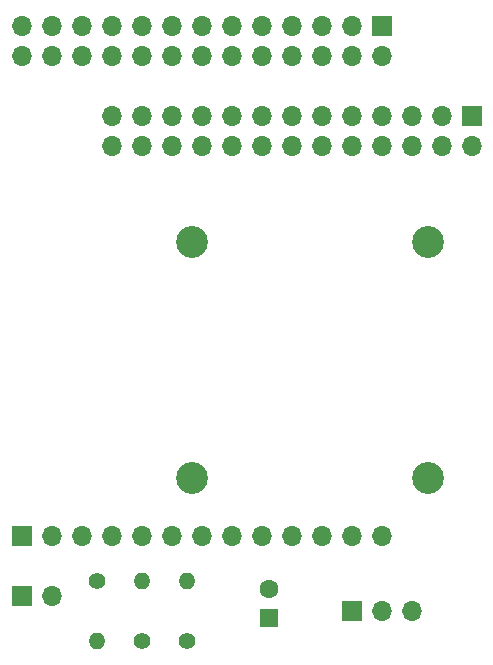
<source format=gbs>
G04 #@! TF.FileFunction,Soldermask,Bot*
%FSLAX46Y46*%
G04 Gerber Fmt 4.6, Leading zero omitted, Abs format (unit mm)*
G04 Created by KiCad (PCBNEW 4.0.1-stable) date 2017/09/23 7:18:13*
%MOMM*%
G01*
G04 APERTURE LIST*
%ADD10C,0.100000*%
%ADD11R,1.600000X1.600000*%
%ADD12C,1.600000*%
%ADD13R,1.700000X1.700000*%
%ADD14O,1.700000X1.700000*%
%ADD15C,1.400000*%
%ADD16O,1.400000X1.400000*%
%ADD17C,2.700000*%
G04 APERTURE END LIST*
D10*
D11*
X139573000Y-128270000D03*
D12*
X139573000Y-125770000D03*
D13*
X118618000Y-121285000D03*
D14*
X121158000Y-121285000D03*
X123698000Y-121285000D03*
X126238000Y-121285000D03*
X128778000Y-121285000D03*
X131318000Y-121285000D03*
X133858000Y-121285000D03*
X136398000Y-121285000D03*
X138938000Y-121285000D03*
X141478000Y-121285000D03*
X144018000Y-121285000D03*
X146558000Y-121285000D03*
X149098000Y-121285000D03*
D13*
X156718000Y-85725000D03*
D14*
X156718000Y-88265000D03*
X154178000Y-85725000D03*
X154178000Y-88265000D03*
X151638000Y-85725000D03*
X151638000Y-88265000D03*
X149098000Y-85725000D03*
X149098000Y-88265000D03*
X146558000Y-85725000D03*
X146558000Y-88265000D03*
X144018000Y-85725000D03*
X144018000Y-88265000D03*
X141478000Y-85725000D03*
X141478000Y-88265000D03*
X138938000Y-85725000D03*
X138938000Y-88265000D03*
X136398000Y-85725000D03*
X136398000Y-88265000D03*
X133858000Y-85725000D03*
X133858000Y-88265000D03*
X131318000Y-85725000D03*
X131318000Y-88265000D03*
X128778000Y-85725000D03*
X128778000Y-88265000D03*
X126238000Y-85725000D03*
X126238000Y-88265000D03*
D13*
X146558000Y-127635000D03*
D14*
X149098000Y-127635000D03*
X151638000Y-127635000D03*
D13*
X149098000Y-78105000D03*
D14*
X149098000Y-80645000D03*
X146558000Y-78105000D03*
X146558000Y-80645000D03*
X144018000Y-78105000D03*
X144018000Y-80645000D03*
X141478000Y-78105000D03*
X141478000Y-80645000D03*
X138938000Y-78105000D03*
X138938000Y-80645000D03*
X136398000Y-78105000D03*
X136398000Y-80645000D03*
X133858000Y-78105000D03*
X133858000Y-80645000D03*
X131318000Y-78105000D03*
X131318000Y-80645000D03*
X128778000Y-78105000D03*
X128778000Y-80645000D03*
X126238000Y-78105000D03*
X126238000Y-80645000D03*
X123698000Y-78105000D03*
X123698000Y-80645000D03*
X121158000Y-78105000D03*
X121158000Y-80645000D03*
X118618000Y-78105000D03*
X118618000Y-80645000D03*
D15*
X124968000Y-125095000D03*
D16*
X124968000Y-130175000D03*
D15*
X128778000Y-130175000D03*
D16*
X128778000Y-125095000D03*
D15*
X132588000Y-130175000D03*
D16*
X132588000Y-125095000D03*
D13*
X118618000Y-126365000D03*
D14*
X121158000Y-126365000D03*
D17*
X152998000Y-96365000D03*
X132998000Y-96365000D03*
X132998000Y-116365000D03*
X152998000Y-116365000D03*
M02*

</source>
